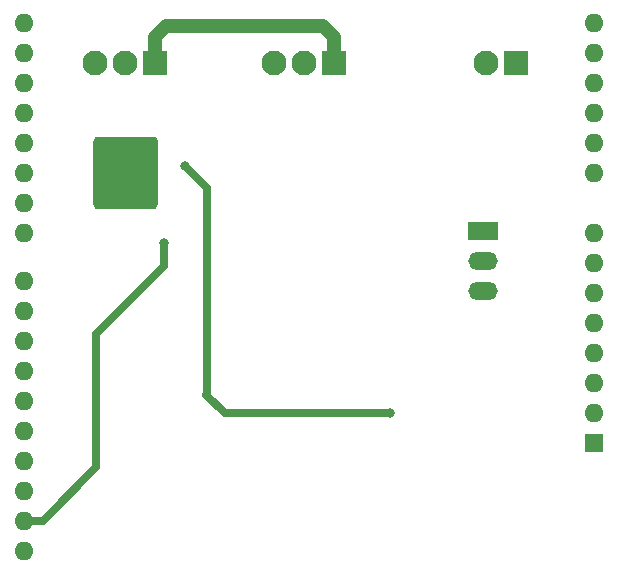
<source format=gbr>
G04 #@! TF.GenerationSoftware,KiCad,Pcbnew,5.1.5-52549c5~86~ubuntu18.04.1*
G04 #@! TF.CreationDate,2020-04-19T01:33:55+01:00*
G04 #@! TF.ProjectId,scot-controller,73636f74-2d63-46f6-9e74-726f6c6c6572,rev?*
G04 #@! TF.SameCoordinates,Original*
G04 #@! TF.FileFunction,Copper,L2,Bot*
G04 #@! TF.FilePolarity,Positive*
%FSLAX46Y46*%
G04 Gerber Fmt 4.6, Leading zero omitted, Abs format (unit mm)*
G04 Created by KiCad (PCBNEW 5.1.5-52549c5~86~ubuntu18.04.1) date 2020-04-19 01:33:55*
%MOMM*%
%LPD*%
G04 APERTURE LIST*
%ADD10C,0.650000*%
%ADD11C,2.100000*%
%ADD12R,2.100000X2.100000*%
%ADD13O,1.600000X1.600000*%
%ADD14R,1.600000X1.600000*%
%ADD15O,2.500000X1.500000*%
%ADD16R,2.500000X1.500000*%
%ADD17C,0.800000*%
%ADD18C,0.700000*%
%ADD19C,1.200000*%
%ADD20C,0.254000*%
G04 APERTURE END LIST*
D10*
X204556400Y-82735400D03*
X203606400Y-82735400D03*
X202656400Y-82735400D03*
X204556400Y-83685400D03*
X203606400Y-83685400D03*
X202656400Y-83685400D03*
D11*
X201041000Y-72085200D03*
X203581000Y-72085200D03*
D12*
X206121000Y-72085200D03*
D11*
X216255600Y-72085200D03*
X218795600Y-72085200D03*
D12*
X221335600Y-72085200D03*
D11*
X234162600Y-72085200D03*
D12*
X236702600Y-72085200D03*
D13*
X195072000Y-71196200D03*
X195072000Y-68656200D03*
X195072000Y-108276200D03*
X243332000Y-68656200D03*
X195072000Y-105736200D03*
X243332000Y-71196200D03*
X195072000Y-103196200D03*
X243332000Y-73736200D03*
X195072000Y-100656200D03*
X243332000Y-76276200D03*
X195072000Y-98116200D03*
X243332000Y-78816200D03*
X195072000Y-95576200D03*
X243332000Y-81356200D03*
X195072000Y-93036200D03*
X243332000Y-86436200D03*
X195072000Y-90496200D03*
X243332000Y-88976200D03*
X195072000Y-86436200D03*
X243332000Y-91516200D03*
X195072000Y-83896200D03*
X243332000Y-94056200D03*
X195072000Y-81356200D03*
X243332000Y-96596200D03*
X195072000Y-78816200D03*
X243332000Y-99136200D03*
X195072000Y-76276200D03*
X243332000Y-101676200D03*
X195072000Y-73736200D03*
D14*
X243332000Y-104216200D03*
D13*
X195072000Y-110816200D03*
X195072000Y-113356200D03*
D15*
X233959400Y-91389200D03*
X233959400Y-88849200D03*
D16*
X233959400Y-86309200D03*
D17*
X226034600Y-101701600D03*
X208686400Y-80797400D03*
X206908400Y-87299800D03*
D18*
X226034600Y-101701600D02*
X212064600Y-101701600D01*
X212064600Y-101701600D02*
X210489800Y-100126800D01*
X210489800Y-100126800D02*
X210515200Y-100101400D01*
X210515200Y-100101400D02*
X210515200Y-83515200D01*
X210515200Y-83515200D02*
X210515200Y-82626200D01*
X210515200Y-82626200D02*
X208686400Y-80797400D01*
D19*
X221335600Y-69835200D02*
X220385200Y-68884800D01*
X221335600Y-72085200D02*
X221335600Y-69835200D01*
X206121000Y-69835200D02*
X206121000Y-72085200D01*
X207071400Y-68884800D02*
X206121000Y-69835200D01*
X220385200Y-68884800D02*
X207071400Y-68884800D01*
D18*
X201168000Y-94996000D02*
X206908400Y-89255600D01*
X201168000Y-106273600D02*
X201168000Y-94996000D01*
X195072000Y-110816200D02*
X196625400Y-110816200D01*
X206908400Y-89255600D02*
X206908400Y-87299800D01*
X196625400Y-110816200D02*
X201168000Y-106273600D01*
D20*
G36*
X205969434Y-78372840D02*
G01*
X206059320Y-78410182D01*
X206136446Y-78469574D01*
X206195513Y-78546937D01*
X206232485Y-78636985D01*
X206245892Y-78741884D01*
X206224693Y-83872038D01*
X206210565Y-83976293D01*
X206173230Y-84065644D01*
X206114099Y-84142322D01*
X206037172Y-84201140D01*
X205947671Y-84238104D01*
X205843362Y-84251800D01*
X201371528Y-84251800D01*
X201266943Y-84238031D01*
X201177245Y-84200877D01*
X201100224Y-84141776D01*
X201041123Y-84064755D01*
X201003969Y-83975057D01*
X200990200Y-83870472D01*
X200990200Y-78740328D01*
X201003969Y-78635743D01*
X201041123Y-78546045D01*
X201100224Y-78469024D01*
X201177245Y-78409923D01*
X201266943Y-78372769D01*
X201371528Y-78359000D01*
X205864583Y-78359000D01*
X205969434Y-78372840D01*
G37*
X205969434Y-78372840D02*
X206059320Y-78410182D01*
X206136446Y-78469574D01*
X206195513Y-78546937D01*
X206232485Y-78636985D01*
X206245892Y-78741884D01*
X206224693Y-83872038D01*
X206210565Y-83976293D01*
X206173230Y-84065644D01*
X206114099Y-84142322D01*
X206037172Y-84201140D01*
X205947671Y-84238104D01*
X205843362Y-84251800D01*
X201371528Y-84251800D01*
X201266943Y-84238031D01*
X201177245Y-84200877D01*
X201100224Y-84141776D01*
X201041123Y-84064755D01*
X201003969Y-83975057D01*
X200990200Y-83870472D01*
X200990200Y-78740328D01*
X201003969Y-78635743D01*
X201041123Y-78546045D01*
X201100224Y-78469024D01*
X201177245Y-78409923D01*
X201266943Y-78372769D01*
X201371528Y-78359000D01*
X205864583Y-78359000D01*
X205969434Y-78372840D01*
M02*

</source>
